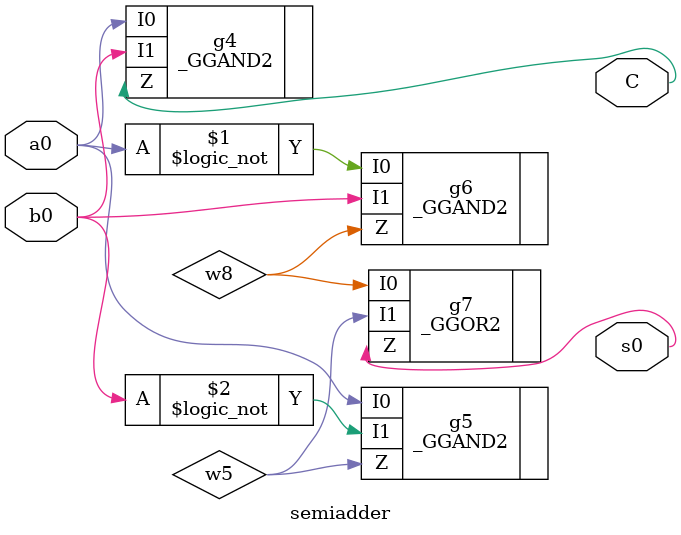
<source format=v>

`timescale 1ns/1ns

module main;    //: root_module
reg a1;    //: /sn:0 {0}(95,178)(177,178)(177,185)(192,185){1}
reg b1;    //: /sn:0 {0}(94,223)(170,223)(170,201)(192,201){1}
reg a0;    //: /sn:0 {0}(98,61)(162,61)(162,99)(193,99){1}
reg b0;    //: /sn:0 {0}(92,111)(171,111)(171,115)(193,115){1}
wire w6;    //: /sn:0 {0}(453,190)(453,215)(387,215)(387,201)(296,201){1}
wire w7;    //: /sn:0 {0}(413,191)(413,204)(402,204)(402,185)(296,185){1}
wire w3;    //: /sn:0 {0}(400,90)(400,99)(297,99){1}
wire w2;    //: /sn:0 {0}(428,93)(428,103)(413,103)(413,115)(297,115){1}
//: enddecls

  //: LED g8 (w7) @(413,184) /sn:0 /w:[ 0 ] /type:0
  //: SWITCH g4 (a1) @(78,178) /sn:0 /w:[ 0 ] /st:0 /dn:1
  //: comment g13 @(464,176) /sn:0
  //: /line:"One"
  //: /end
  //: SWITCH g3 (b0) @(75,111) /sn:0 /w:[ 0 ] /st:0 /dn:1
  semiadder g2 (.a0(a1), .b0(b1), .C(w7), .s0(w6));   //: @(193, 169) /sz:(102, 48) /sn:0 /p:[ Li0>1 Li1>1 Ro0<1 Ro1<1 ]
  //: SWITCH g1 (a0) @(81,61) /sn:0 /w:[ 0 ] /st:0 /dn:1
  //: comment g11 @(444,76) /sn:0
  //: /line:"One"
  //: /line:""
  //: /end
  //: comment g10 @(387,57) /sn:0
  //: /line:"Both"
  //: /end
  //: LED g6 (w3) @(400,83) /sn:0 /w:[ 0 ] /type:0
  //: LED g9 (w6) @(453,183) /sn:0 /w:[ 0 ] /type:0
  //: LED g7 (w2) @(428,86) /sn:0 /w:[ 0 ] /type:0
  //: SWITCH g5 (b1) @(77,223) /sn:0 /w:[ 0 ] /st:0 /dn:1
  semiadder g0 (.a0(a0), .b0(b0), .C(w3), .s0(w2));   //: @(194, 83) /sz:(102, 48) /sn:0 /p:[ Li0>1 Li1>1 Ro0<1 Ro1<1 ]
  //: comment g12 @(403,156) /sn:0
  //: /line:"Both"
  //: /end

endmodule
//: /netlistEnd

//: /netlistBegin semiadder
module semiadder(C, s0, b0, a0);
//: interface  /sz:(102, 48) /bd:[ Li0>b0(32/48) Li1>a0(16/48) Ro0<s0(32/48) Ro1<C(16/48) ] /pd: 0 /pi: 0 /pe: 1 /pp: 1
output s0;    //: /sn:0 {0}(340,79)(289,79)(289,102)(274,102){1}
input a0;    //: /sn:0 {0}(79,124)(114,124){1}
//: {2}(118,124)(128,124){3}
//: {4}(132,124)(156,124)(156,167)(191,167){5}
//: {6}(130,122)(130,101)(184,101){7}
//: {8}(116,122)(116,64)(184,64){9}
input b0;    //: /sn:0 {0}(89,175)(118,175){1}
//: {2}(122,175)(126,175)(126,172)(136,172){3}
//: {4}(140,172)(191,172){5}
//: {6}(138,170)(138,106)(184,106){7}
//: {8}(120,173)(120,163)(126,163)(126,69)(184,69){9}
output C;    //: /sn:0 {0}(267,170)(212,170){1}
wire w8;    //: /sn:0 {0}(253,99)(220,99)(220,67)(205,67){1}
wire w5;    //: /sn:0 {0}(253,104)(205,104){1}
//: enddecls

  //: joint g8 (a0) @(116, 124) /w:[ 2 8 1 -1 ]
  _GGAND2 #(6) g4 (.I0(a0), .I1(b0), .Z(C));   //: @(202,170) /sn:0 /w:[ 5 5 1 ]
  //: OUT g3 (C) @(264,170) /sn:0 /w:[ 0 ]
  //: OUT g2 (s0) @(337,79) /sn:0 /w:[ 0 ]
  //: IN g1 (b0) @(87,175) /sn:0 /w:[ 0 ]
  //: joint g11 (b0) @(138, 172) /w:[ 4 6 3 -1 ]
  //: joint g10 (b0) @(120, 175) /w:[ 2 8 1 -1 ]
  _GGAND2 #(6) g6 (.I0(!a0), .I1(b0), .Z(w8));   //: @(195,67) /sn:0 /w:[ 9 9 1 ]
  //: joint g9 (a0) @(130, 124) /w:[ 4 6 3 -1 ]
  _GGOR2 #(6) g7 (.I0(w8), .I1(w5), .Z(s0));   //: @(264,102) /sn:0 /w:[ 0 0 1 ]
  _GGAND2 #(6) g5 (.I0(a0), .I1(!b0), .Z(w5));   //: @(195,104) /sn:0 /w:[ 7 7 1 ]
  //: IN g0 (a0) @(77,124) /sn:0 /w:[ 0 ]

endmodule
//: /netlistEnd


</source>
